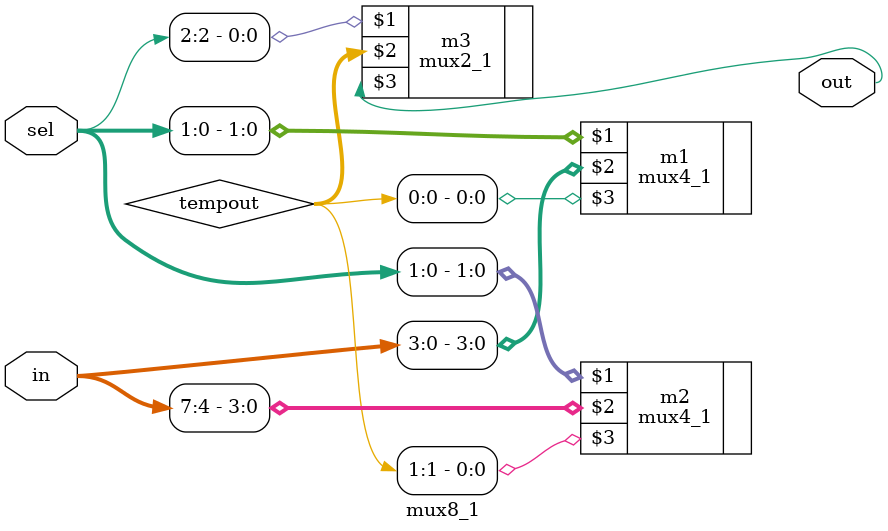
<source format=sv>
module mux8_1(sel,in,out);

	input logic [2:0]sel;
	input logic [7:0]in;
	output logic out;
	
	logic [1:0]tempout;
	
	
	mux4_1 m1(sel[1:0], in[3:0], tempout[0]);
	mux4_1 m2(sel[1:0], in[7:4], tempout[1]);
	mux2_1 m3(sel[2], tempout, out);
	
	

endmodule

</source>
